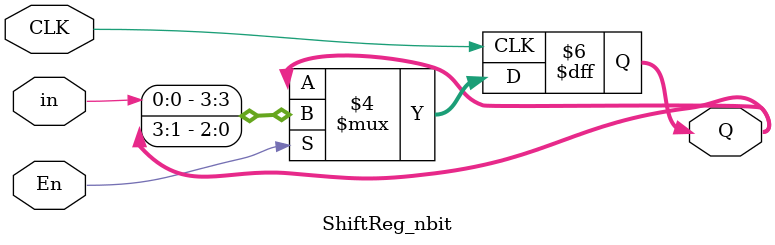
<source format=v>
module ShiftReg_nbit(En, in, CLK, Q);
	parameter n = 4;
	input En, in, CLK;
	output [n-1:0] Q;
	reg [n-1:0] Q;
	
	initial
	Q=4'd10;
	always@(posedge CLK)
	begin
		if(En)
			Q = {in, Q[n-1:1]};
	end
endmodule
</source>
